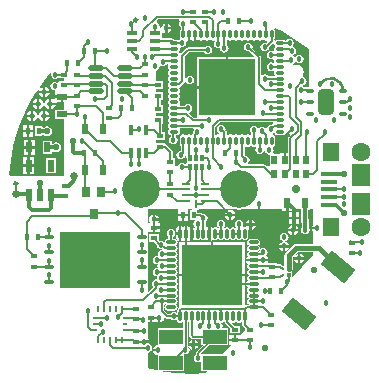
<source format=gtl>
%FSLAX24Y24*%
%MOIN*%
G70*
G01*
G75*
G04 Layer_Physical_Order=1*
G04 Layer_Color=255*
%ADD10C,0.0100*%
%ADD11R,0.2362X0.1890*%
%ADD12O,0.0315X0.0157*%
%ADD13O,0.0276X0.0098*%
%ADD14O,0.0098X0.0276*%
%ADD15R,0.0236X0.0157*%
%ADD16R,0.0197X0.0354*%
%ADD17R,0.0157X0.0236*%
%ADD18R,0.0354X0.0197*%
%ADD19R,0.1850X0.1850*%
%ADD20O,0.0110X0.0315*%
%ADD21O,0.0315X0.0110*%
%ADD22R,0.2028X0.2028*%
%ADD23O,0.0110X0.0335*%
%ADD24O,0.0335X0.0110*%
%ADD25O,0.0532X0.0177*%
%ADD26R,0.0532X0.0157*%
%ADD27R,0.0630X0.0748*%
%ADD28R,0.0551X0.0630*%
%ADD29R,0.0217X0.0394*%
%ADD30R,0.0276X0.0354*%
%ADD31R,0.0138X0.0098*%
%ADD32R,0.0098X0.0187*%
%ADD33R,0.0787X0.0472*%
%ADD34R,0.0142X0.0142*%
%ADD35R,0.0110X0.0110*%
G04:AMPARAMS|DCode=36|XSize=59.1mil|YSize=102.4mil|CornerRadius=0mil|HoleSize=0mil|Usage=FLASHONLY|Rotation=230.000|XOffset=0mil|YOffset=0mil|HoleType=Round|Shape=Rectangle|*
%AMROTATEDRECTD36*
4,1,4,-0.0202,0.0555,0.0582,-0.0103,0.0202,-0.0555,-0.0582,0.0103,-0.0202,0.0555,0.0*
%
%ADD36ROTATEDRECTD36*%

%ADD37R,0.0197X0.0315*%
G04:AMPARAMS|DCode=38|XSize=86.6mil|YSize=51.2mil|CornerRadius=12.8mil|HoleSize=0mil|Usage=FLASHONLY|Rotation=270.000|XOffset=0mil|YOffset=0mil|HoleType=Round|Shape=RoundedRectangle|*
%AMROUNDEDRECTD38*
21,1,0.0866,0.0256,0,0,270.0*
21,1,0.0610,0.0512,0,0,270.0*
1,1,0.0256,-0.0128,-0.0305*
1,1,0.0256,-0.0128,0.0305*
1,1,0.0256,0.0128,0.0305*
1,1,0.0256,0.0128,-0.0305*
%
%ADD38ROUNDEDRECTD38*%
G04:AMPARAMS|DCode=39|XSize=15.7mil|YSize=23.6mil|CornerRadius=3.9mil|HoleSize=0mil|Usage=FLASHONLY|Rotation=270.000|XOffset=0mil|YOffset=0mil|HoleType=Round|Shape=RoundedRectangle|*
%AMROUNDEDRECTD39*
21,1,0.0157,0.0157,0,0,270.0*
21,1,0.0079,0.0236,0,0,270.0*
1,1,0.0079,-0.0079,-0.0039*
1,1,0.0079,-0.0079,0.0039*
1,1,0.0079,0.0079,0.0039*
1,1,0.0079,0.0079,-0.0039*
%
%ADD39ROUNDEDRECTD39*%
%ADD40R,0.0118X0.0209*%
%ADD41R,0.0118X0.0193*%
%ADD42R,0.0157X0.0335*%
%ADD43R,0.0335X0.0157*%
%ADD44C,0.0060*%
%ADD45C,0.0050*%
%ADD46C,0.0120*%
%ADD47C,0.0181*%
%ADD48C,0.0080*%
%ADD49C,0.0150*%
%ADD50C,0.1260*%
%ADD51C,0.0630*%
%ADD52C,0.0197*%
%ADD53C,0.0180*%
%ADD54C,0.0260*%
%ADD55C,0.0220*%
%ADD56C,0.0200*%
%ADD57C,0.0276*%
G36*
X4008Y-2200D02*
X3321Y-2950D01*
Y-2730D01*
X3306D01*
Y-2717D01*
X3318Y-2698D01*
X3328Y-2650D01*
Y-2612D01*
X3332Y-2605D01*
X3343Y-2550D01*
Y-2259D01*
X3509Y-2093D01*
X4007D01*
X4008Y-2200D01*
D02*
G37*
G36*
X-930Y-4286D02*
X-903Y-4303D01*
X-872Y-4310D01*
X-872Y-4310D01*
X-742D01*
X-729Y-4329D01*
X-683Y-4360D01*
X-628Y-4371D01*
X-573Y-4360D01*
X-540Y-4337D01*
Y-4340D01*
X-532Y-4381D01*
X-508Y-4416D01*
X-474Y-4439D01*
X-433Y-4447D01*
X-392Y-4439D01*
X-357Y-4416D01*
X-334Y-4382D01*
X-317Y-4407D01*
Y-4631D01*
X-1172D01*
Y-5181D01*
X-1216Y-5190D01*
X-1273Y-5227D01*
X-1310Y-5284D01*
X-1315Y-5310D01*
X-1150D01*
Y-5390D01*
X-1315D01*
X-1310Y-5416D01*
X-1273Y-5473D01*
X-1216Y-5510D01*
X-1172Y-5519D01*
Y-6032D01*
X-1436Y-5980D01*
X-1500Y-5962D01*
Y-5443D01*
X-1445Y-5432D01*
X-1399Y-5401D01*
X-1368Y-5355D01*
X-1357Y-5300D01*
X-1368Y-5245D01*
X-1399Y-5199D01*
X-1445Y-5168D01*
X-1475Y-5162D01*
X-1463Y-5143D01*
X-1457Y-5117D01*
X-1623D01*
Y-5037D01*
X-1457D01*
X-1463Y-5011D01*
X-1500Y-4955D01*
Y-4791D01*
X-1491Y-4777D01*
X-1480Y-4723D01*
X-1491Y-4668D01*
X-1500Y-4655D01*
Y-4436D01*
X-1440D01*
Y-4277D01*
X-1360D01*
Y-4436D01*
X-1202D01*
Y-4429D01*
X-1189Y-4437D01*
X-1163Y-4443D01*
Y-4277D01*
X-1083D01*
Y-4443D01*
X-1057Y-4437D01*
X-1000Y-4400D01*
X-963Y-4344D01*
X-950Y-4277D01*
X-952Y-4263D01*
X-930Y-4286D01*
D02*
G37*
G36*
X1263Y-4416D02*
X1298Y-4439D01*
X1339Y-4447D01*
X1380Y-4439D01*
X1415Y-4416D01*
X1437Y-4382D01*
X1460Y-4416D01*
X1495Y-4439D01*
X1536Y-4447D01*
X1577Y-4439D01*
X1612Y-4416D01*
X1634Y-4382D01*
X1651Y-4407D01*
Y-4506D01*
X1651Y-4506D01*
X1657Y-4537D01*
X1675Y-4563D01*
X1732Y-4620D01*
Y-4686D01*
X1565Y-4868D01*
X1440D01*
Y-5027D01*
X1400D01*
Y-5067D01*
X1202D01*
Y-5186D01*
X1274D01*
X990Y-5497D01*
X285D01*
Y-5532D01*
X278Y-5522D01*
X259Y-5509D01*
Y-5502D01*
X557Y-5203D01*
X1172D01*
Y-4631D01*
X958D01*
X982Y-4595D01*
X993Y-4541D01*
X982Y-4486D01*
X955Y-4445D01*
X986Y-4439D01*
X1021Y-4416D01*
X1044Y-4382D01*
X1061Y-4407D01*
Y-4415D01*
X1061Y-4415D01*
X1067Y-4446D01*
X1084Y-4473D01*
X1232Y-4620D01*
Y-4802D01*
X1386D01*
X1400Y-4804D01*
X1414Y-4802D01*
X1568D01*
Y-4544D01*
X1387D01*
X1234Y-4392D01*
X1241Y-4382D01*
X1263Y-4416D01*
D02*
G37*
G36*
X3195Y-707D02*
X3333D01*
Y-650D01*
X3597D01*
Y-677D01*
X3615D01*
Y-782D01*
X3598D01*
Y-1118D01*
X3638D01*
Y-1266D01*
X3618Y-1295D01*
X3607Y-1350D01*
X3618Y-1405D01*
X3649Y-1451D01*
X3695Y-1482D01*
X3750Y-1493D01*
X3805Y-1482D01*
X3851Y-1451D01*
X3882Y-1405D01*
X3893Y-1350D01*
X3882Y-1295D01*
X3862Y-1266D01*
Y-973D01*
X3862Y-973D01*
X3856Y-941D01*
Y-782D01*
X3839D01*
Y-677D01*
X3894D01*
Y-650D01*
X4000D01*
X4003Y-1187D01*
X3979Y-1223D01*
X3974Y-1249D01*
X4139D01*
Y-1329D01*
X3974D01*
X3979Y-1355D01*
X4004Y-1393D01*
X4006Y-1807D01*
X3450D01*
X3404Y-1816D01*
X3395Y-1818D01*
X3349Y-1849D01*
X3099Y-2099D01*
X3068Y-2145D01*
X3057Y-2200D01*
Y-2544D01*
X3010D01*
X2981Y-2515D01*
X2954Y-2497D01*
X2923Y-2491D01*
X2923Y-2491D01*
X2818D01*
Y-2444D01*
X2489D01*
X2502Y-2424D01*
X2508Y-2398D01*
X2342D01*
Y-2318D01*
X2508D01*
X2502Y-2292D01*
X2465Y-2235D01*
X2432Y-2214D01*
X2451Y-2201D01*
X2482Y-2155D01*
X2493Y-2100D01*
X2482Y-2045D01*
X2451Y-1999D01*
X2405Y-1968D01*
X2350Y-1957D01*
X2295Y-1968D01*
X2249Y-1999D01*
X2218Y-2045D01*
X2211Y-2079D01*
X2207D01*
X2182Y-2063D01*
X2216Y-2040D01*
X2239Y-2005D01*
X2247Y-1964D01*
X2239Y-1923D01*
X2216Y-1888D01*
X2182Y-1866D01*
X2216Y-1843D01*
X2239Y-1808D01*
X2247Y-1767D01*
X2239Y-1726D01*
X2216Y-1692D01*
X2181Y-1668D01*
X2140Y-1660D01*
X1916D01*
X1875Y-1668D01*
X1840Y-1692D01*
X1817Y-1726D01*
X1809Y-1767D01*
X1817Y-1808D01*
X1840Y-1843D01*
X1874Y-1866D01*
X1840Y-1888D01*
X1817Y-1923D01*
X1809Y-1964D01*
X1817Y-2005D01*
X1840Y-2040D01*
X1874Y-2063D01*
X1840Y-2085D01*
X1817Y-2120D01*
X1809Y-2161D01*
X1817Y-2202D01*
X1840Y-2237D01*
X1847Y-2241D01*
X1818Y-2260D01*
X1788Y-2305D01*
X1786Y-2318D01*
X2028D01*
Y-2398D01*
X1786D01*
X1788Y-2411D01*
X1818Y-2455D01*
X1847Y-2474D01*
X1840Y-2479D01*
X1817Y-2514D01*
X1809Y-2555D01*
X1817Y-2596D01*
X1840Y-2631D01*
X1874Y-2653D01*
X1840Y-2676D01*
X1817Y-2711D01*
X1809Y-2752D01*
X1817Y-2793D01*
X1840Y-2827D01*
X1874Y-2850D01*
X1840Y-2873D01*
X1817Y-2907D01*
X1809Y-2948D01*
X1817Y-2989D01*
X1840Y-3024D01*
X1847Y-3029D01*
X1818Y-3048D01*
X1788Y-3093D01*
X1786Y-3105D01*
X2028D01*
Y-3185D01*
X1786D01*
X1788Y-3198D01*
X1818Y-3243D01*
X1847Y-3262D01*
X1840Y-3266D01*
X1817Y-3301D01*
X1809Y-3342D01*
X1817Y-3383D01*
X1840Y-3418D01*
X1874Y-3441D01*
X1840Y-3463D01*
X1817Y-3498D01*
X1809Y-3539D01*
X1817Y-3580D01*
X1840Y-3615D01*
X1874Y-3637D01*
X1840Y-3660D01*
X1817Y-3695D01*
X1809Y-3736D01*
X1817Y-3777D01*
X1840Y-3812D01*
X1874Y-3834D01*
X1849Y-3851D01*
X1798D01*
X1767Y-3857D01*
X1756Y-3864D01*
X1744Y-3873D01*
Y-2890D01*
X-444D01*
Y-3928D01*
X-490Y-3975D01*
X-508Y-4001D01*
X-514Y-4033D01*
X-514Y-4033D01*
Y-4049D01*
X-532Y-4075D01*
X-540Y-4116D01*
Y-4118D01*
X-573Y-4096D01*
X-628Y-4085D01*
X-683Y-4096D01*
X-729Y-4127D01*
X-742Y-4146D01*
X-838D01*
X-954Y-4030D01*
Y-3850D01*
X-935Y-3837D01*
X-922Y-3817D01*
X-907D01*
X-882Y-3834D01*
X-916Y-3857D01*
X-939Y-3892D01*
X-947Y-3933D01*
X-939Y-3974D01*
X-916Y-4008D01*
X-881Y-4032D01*
X-840Y-4040D01*
X-616D01*
X-575Y-4032D01*
X-540Y-4008D01*
X-517Y-3974D01*
X-509Y-3933D01*
X-517Y-3892D01*
X-540Y-3857D01*
X-574Y-3834D01*
X-540Y-3812D01*
X-517Y-3777D01*
X-509Y-3736D01*
X-517Y-3695D01*
X-540Y-3660D01*
X-574Y-3637D01*
X-540Y-3615D01*
X-517Y-3580D01*
X-509Y-3539D01*
X-517Y-3498D01*
X-540Y-3463D01*
X-574Y-3441D01*
X-540Y-3418D01*
X-517Y-3383D01*
X-509Y-3342D01*
X-517Y-3301D01*
X-540Y-3266D01*
X-574Y-3244D01*
X-540Y-3221D01*
X-517Y-3186D01*
X-509Y-3145D01*
X-517Y-3104D01*
X-540Y-3069D01*
X-574Y-3047D01*
X-540Y-3024D01*
X-517Y-2989D01*
X-509Y-2948D01*
X-517Y-2907D01*
X-540Y-2873D01*
X-574Y-2850D01*
X-540Y-2827D01*
X-517Y-2793D01*
X-509Y-2752D01*
X-517Y-2711D01*
X-540Y-2676D01*
X-574Y-2653D01*
X-540Y-2631D01*
X-517Y-2596D01*
X-509Y-2555D01*
X-517Y-2514D01*
X-540Y-2479D01*
X-574Y-2456D01*
X-540Y-2434D01*
X-517Y-2399D01*
X-509Y-2358D01*
X-517Y-2317D01*
X-540Y-2282D01*
X-574Y-2259D01*
X-540Y-2237D01*
X-517Y-2202D01*
X-509Y-2161D01*
X-517Y-2120D01*
X-540Y-2085D01*
X-574Y-2063D01*
X-540Y-2040D01*
X-517Y-2005D01*
X-509Y-1964D01*
X-517Y-1923D01*
X-540Y-1888D01*
X-574Y-1866D01*
X-540Y-1843D01*
X-517Y-1808D01*
X-509Y-1767D01*
X-517Y-1726D01*
X-540Y-1692D01*
X-575Y-1668D01*
X-616Y-1660D01*
X-646D01*
Y-1579D01*
X-623Y-1563D01*
X-592Y-1517D01*
X-581Y-1463D01*
X-592Y-1408D01*
X-623Y-1362D01*
X-669Y-1331D01*
X-724Y-1320D01*
X-778Y-1331D01*
X-824Y-1362D01*
X-855Y-1408D01*
X-866Y-1463D01*
X-855Y-1517D01*
X-824Y-1563D01*
X-810Y-1573D01*
Y-1660D01*
X-840D01*
X-881Y-1668D01*
X-916Y-1692D01*
X-939Y-1726D01*
X-945Y-1755D01*
X-949Y-1749D01*
X-995Y-1718D01*
X-1050Y-1707D01*
X-1102Y-1717D01*
X-1132Y-1687D01*
Y-1498D01*
X-1468D01*
Y-1756D01*
X-1279D01*
X-1192Y-1844D01*
X-1193Y-1850D01*
X-1182Y-1905D01*
X-1151Y-1951D01*
X-1105Y-1982D01*
X-1050Y-1993D01*
X-1027Y-1988D01*
X-1005Y-2011D01*
X-1022Y-2007D01*
X-1077Y-2018D01*
X-1123Y-2049D01*
X-1154Y-2095D01*
X-1165Y-2150D01*
X-1154Y-2205D01*
X-1140Y-2226D01*
X-1192Y-2215D01*
X-1247Y-2226D01*
X-1293Y-2257D01*
X-1324Y-2303D01*
X-1335Y-2358D01*
X-1324Y-2412D01*
X-1293Y-2459D01*
X-1247Y-2490D01*
X-1192Y-2501D01*
X-1168Y-2496D01*
X-1171Y-2500D01*
X-1182Y-2555D01*
X-1171Y-2609D01*
X-1167Y-2615D01*
X-1198Y-2609D01*
X-1253Y-2620D01*
X-1299Y-2651D01*
X-1330Y-2697D01*
X-1341Y-2752D01*
X-1330Y-2806D01*
X-1299Y-2853D01*
X-1253Y-2883D01*
X-1198Y-2894D01*
X-1178Y-2890D01*
X-1180Y-2894D01*
X-1191Y-2948D01*
X-1180Y-3003D01*
X-1173Y-3013D01*
X-1228Y-3003D01*
X-1282Y-3013D01*
X-1329Y-3044D01*
X-1359Y-3091D01*
X-1370Y-3145D01*
X-1359Y-3200D01*
X-1329Y-3246D01*
X-1318Y-3253D01*
X-1500Y-3435D01*
Y-3158D01*
X-1495Y-3150D01*
X-1485Y-3100D01*
X-1495Y-3050D01*
X-1500Y-3042D01*
Y-2658D01*
X-1495Y-2650D01*
X-1485Y-2600D01*
X-1495Y-2550D01*
X-1500Y-2542D01*
Y-2158D01*
X-1495Y-2150D01*
X-1485Y-2100D01*
X-1495Y-2050D01*
X-1500Y-2042D01*
Y-1658D01*
X-1495Y-1650D01*
X-1485Y-1600D01*
X-1495Y-1550D01*
X-1500Y-1542D01*
Y-650D01*
X-10D01*
X7Y-675D01*
X16Y-682D01*
X-102D01*
Y-1018D01*
X143D01*
X103Y-1026D01*
X57Y-1057D01*
X26Y-1103D01*
X15Y-1158D01*
X26Y-1213D01*
X57Y-1259D01*
X76Y-1272D01*
Y-1289D01*
X58Y-1262D01*
X14Y-1233D01*
X1Y-1230D01*
Y-1472D01*
Y-1714D01*
X14Y-1712D01*
X58Y-1682D01*
X77Y-1653D01*
X82Y-1660D01*
X117Y-1683D01*
X158Y-1691D01*
X199Y-1683D01*
X234Y-1660D01*
X256Y-1626D01*
X279Y-1660D01*
X314Y-1683D01*
X355Y-1691D01*
X396Y-1683D01*
X431Y-1660D01*
X435Y-1653D01*
X454Y-1682D01*
X499Y-1712D01*
X512Y-1714D01*
Y-1472D01*
Y-1230D01*
X499Y-1233D01*
X454Y-1262D01*
X436Y-1289D01*
Y-1061D01*
X451Y-1051D01*
X482Y-1005D01*
X493Y-950D01*
X482Y-895D01*
X451Y-849D01*
X405Y-818D01*
X350Y-807D01*
X321Y-813D01*
X304Y-796D01*
X279Y-779D01*
X250Y-774D01*
X156D01*
Y-700D01*
X193Y-675D01*
X210Y-650D01*
X1334D01*
X1401Y-670D01*
X1534Y-683D01*
X1667Y-670D01*
X1733Y-650D01*
X2138D01*
X2142Y-652D01*
X2168Y-658D01*
Y-492D01*
X2248D01*
Y-658D01*
X2274Y-652D01*
X2278Y-650D01*
X2976D01*
Y-707D01*
X3115D01*
Y-450D01*
X3195D01*
Y-707D01*
D02*
G37*
G36*
X1995Y1427D02*
X2036Y1419D01*
X2077Y1427D01*
X2080Y1429D01*
X2115Y1394D01*
X2101Y1372D01*
X2090Y1317D01*
X2101Y1263D01*
X2132Y1216D01*
X2178Y1185D01*
X2233Y1175D01*
X2287Y1185D01*
X2334Y1216D01*
X2365Y1263D01*
X2365Y1263D01*
X2415D01*
X2418Y1245D01*
X2449Y1199D01*
X2495Y1168D01*
X2550Y1157D01*
X2570Y1141D01*
Y779D01*
D01*
Y779D01*
X2560Y768D01*
X2479D01*
X2440Y808D01*
X2413Y825D01*
X2382Y832D01*
X2382Y832D01*
X1866D01*
X1851Y879D01*
X1857Y883D01*
X1888Y930D01*
X1899Y984D01*
X1888Y1039D01*
X1857Y1085D01*
X1811Y1116D01*
X1756Y1127D01*
X1724Y1289D01*
Y1424D01*
X1768Y1447D01*
X1798Y1427D01*
X1839Y1419D01*
X1880Y1427D01*
X1915Y1450D01*
X1960D01*
X1995Y1427D01*
D02*
G37*
G36*
X3177Y1877D02*
X3230Y1843D01*
X3235Y1793D01*
X3196Y1754D01*
X3179Y1729D01*
X3174Y1700D01*
X3174Y1700D01*
X3174D01*
X3174Y1700D01*
X3174D01*
Y1224D01*
X3113D01*
Y986D01*
X3033D01*
Y1224D01*
X2894D01*
Y1194D01*
X2867D01*
Y1194D01*
X2700D01*
X2677Y1238D01*
X2682Y1245D01*
X2693Y1300D01*
X2682Y1355D01*
X2682Y1355D01*
X2682Y1355D01*
X2667Y1427D01*
X2702Y1450D01*
X2725Y1485D01*
X2734Y1526D01*
Y1731D01*
X2725Y1772D01*
X2702Y1806D01*
X2673Y1826D01*
X2681Y1869D01*
X2724Y1877D01*
X2744Y1848D01*
X2778Y1825D01*
X2819Y1816D01*
X3024D01*
X3065Y1825D01*
X3100Y1848D01*
X3123Y1883D01*
X3123Y1883D01*
D01*
D01*
D01*
Y1883D01*
X3145Y1926D01*
X3177Y1877D01*
D02*
G37*
G36*
X2677Y2188D02*
X2663Y2178D01*
X2663Y2178D01*
X2623Y2138D01*
X2600Y2143D01*
X2545Y2132D01*
X2499Y2101D01*
X2468Y2055D01*
X2465Y2038D01*
X2416Y2029D01*
X2401Y2051D01*
X2355Y2082D01*
X2300Y2093D01*
X2245Y2082D01*
X2199Y2051D01*
X2199Y2051D01*
Y2051D01*
X2168Y2040D01*
D01*
X2137Y2087D01*
X2090Y2118D01*
X2036Y2129D01*
X1981Y2118D01*
X1935Y2087D01*
X1904Y2040D01*
X1893Y1986D01*
X1904Y1931D01*
X1935Y1885D01*
X1946Y1877D01*
X1944Y1827D01*
X1910Y1810D01*
X1880Y1830D01*
X1839Y1838D01*
X1798Y1830D01*
X1763Y1806D01*
X1718D01*
X1683Y1830D01*
X1642Y1838D01*
X1601Y1830D01*
X1566Y1806D01*
X1521D01*
X1486Y1830D01*
X1445Y1838D01*
X1404Y1830D01*
X1369Y1806D01*
X1324D01*
X1289Y1830D01*
X1248Y1838D01*
X1207Y1830D01*
X1177Y1810D01*
X1133Y1833D01*
Y1898D01*
D01*
Y1898D01*
X1133D01*
D01*
Y1898D01*
X1133D01*
Y1898D01*
X1133Y1898D01*
X1133Y1898D01*
D01*
D01*
D01*
D01*
X1127Y1930D01*
X1121Y1939D01*
X1121Y1939D01*
X1120Y1940D01*
Y1940D01*
D01*
D01*
Y1940D01*
D01*
X1109Y1956D01*
X1109Y1956D01*
X1088Y1977D01*
X1093Y2000D01*
X1082Y2055D01*
X1051Y2101D01*
X1005Y2132D01*
X950Y2143D01*
X895Y2132D01*
X849Y2101D01*
X818Y2055D01*
X807Y2000D01*
X818Y1945D01*
X849Y1899D01*
X865Y1889D01*
X855Y1838D01*
X814Y1830D01*
X784Y1810D01*
X739Y1833D01*
Y2074D01*
X901Y2236D01*
X2663D01*
X2677Y2188D01*
D02*
G37*
G36*
X2969Y5268D02*
X3369Y5018D01*
X3869Y4668D01*
Y3424D01*
X3820D01*
X3785Y3417D01*
X3756Y3397D01*
X3754Y3396D01*
X3714D01*
X3682Y3434D01*
X3688Y3465D01*
X3705Y3468D01*
X3751Y3499D01*
X3782Y3545D01*
X3793Y3600D01*
X3782Y3655D01*
X3751Y3701D01*
X3705Y3732D01*
X3681Y3737D01*
X3662Y3783D01*
X3679Y3808D01*
X3698Y3904D01*
X3679Y4000D01*
X3624Y4082D01*
X3542Y4136D01*
X3446Y4156D01*
X3375Y4141D01*
X3355Y4188D01*
X3373Y4199D01*
X3404Y4245D01*
Y4245D01*
X3404D01*
D01*
Y4245D01*
X3447Y4252D01*
X3449Y4249D01*
X3495Y4218D01*
X3550Y4207D01*
X3605Y4218D01*
X3651Y4249D01*
X3682Y4295D01*
X3693Y4350D01*
X3682Y4405D01*
X3651Y4451D01*
X3605Y4482D01*
X3550Y4493D01*
X3495Y4482D01*
X3449Y4451D01*
X3418Y4405D01*
Y4405D01*
X3418D01*
D01*
Y4405D01*
X3375Y4398D01*
X3373Y4401D01*
X3367Y4404D01*
X3355Y4468D01*
X3401Y4499D01*
X3432Y4545D01*
X3443Y4600D01*
X3432Y4655D01*
X3401Y4701D01*
X3355Y4732D01*
X3354Y4732D01*
X3337Y4757D01*
X3327Y4780D01*
X3356Y4822D01*
X3366Y4876D01*
X3356Y4931D01*
X3325Y4977D01*
X3278Y5008D01*
X3224Y5019D01*
X3169Y5008D01*
X3123Y4977D01*
X3123Y4977D01*
Y4977D01*
X3091Y4958D01*
X3065Y4975D01*
X3024Y4984D01*
X2819D01*
X2778Y4975D01*
X2752Y4958D01*
X2731Y4969D01*
X2718Y5018D01*
X2725Y5028D01*
X2734Y5069D01*
Y5274D01*
X2725Y5315D01*
X2704Y5346D01*
X2737Y5384D01*
X2969Y5268D01*
D02*
G37*
G36*
X-856Y4193D02*
X-816Y4185D01*
X-803Y4160D01*
X-823Y4130D01*
X-831Y4089D01*
X-823Y4048D01*
X-800Y4013D01*
Y3968D01*
X-823Y3933D01*
X-831Y3892D01*
X-823Y3851D01*
X-800Y3816D01*
Y3771D01*
X-823Y3736D01*
X-831Y3695D01*
X-823Y3654D01*
X-800Y3619D01*
Y3574D01*
X-823Y3539D01*
X-831Y3498D01*
X-823Y3457D01*
X-800Y3423D01*
Y3377D01*
X-823Y3343D01*
X-831Y3302D01*
X-823Y3261D01*
X-800Y3226D01*
Y3181D01*
X-823Y3146D01*
X-831Y3105D01*
X-823Y3064D01*
X-800Y3029D01*
Y2984D01*
X-823Y2949D01*
X-831Y2908D01*
X-823Y2867D01*
X-800Y2832D01*
Y2787D01*
X-823Y2752D01*
X-831Y2711D01*
X-823Y2670D01*
X-800Y2635D01*
Y2590D01*
X-823Y2555D01*
X-831Y2514D01*
X-823Y2473D01*
X-800Y2438D01*
Y2393D01*
X-823Y2358D01*
X-831Y2317D01*
X-823Y2276D01*
X-800Y2242D01*
Y2196D01*
X-823Y2161D01*
X-831Y2120D01*
X-823Y2079D01*
X-800Y2045D01*
Y1999D01*
X-823Y1965D01*
X-831Y1924D01*
X-823Y1883D01*
X-800Y1848D01*
X-765Y1825D01*
X-732Y1818D01*
Y1764D01*
X-751Y1751D01*
X-782Y1705D01*
X-793Y1650D01*
X-782Y1595D01*
X-751Y1549D01*
X-705Y1518D01*
X-650Y1507D01*
X-595Y1518D01*
X-549Y1549D01*
X-518Y1595D01*
X-507Y1650D01*
X-518Y1705D01*
X-549Y1751D01*
X-568Y1764D01*
Y1816D01*
X-519D01*
X-478Y1825D01*
X-444Y1848D01*
X-420Y1883D01*
X-412Y1924D01*
X-420Y1965D01*
X-440Y1995D01*
X-417Y2039D01*
X21D01*
X45Y1995D01*
X18Y1955D01*
X7Y1900D01*
X12Y1877D01*
X10Y1875D01*
X-8Y1849D01*
X-12Y1829D01*
X-58Y1809D01*
X-89Y1830D01*
X-130Y1838D01*
X-171Y1830D01*
X-205Y1806D01*
X-251D01*
X-285Y1830D01*
X-326Y1838D01*
X-367Y1830D01*
X-402Y1806D01*
X-425Y1772D01*
X-434Y1731D01*
Y1526D01*
X-425Y1485D01*
X-408Y1459D01*
Y1291D01*
X-455Y1282D01*
X-501Y1251D01*
X-532Y1205D01*
X-543Y1150D01*
X-532Y1095D01*
X-501Y1049D01*
X-455Y1018D01*
X-400Y1007D01*
X-345Y1018D01*
X-299Y1049D01*
X-268Y1095D01*
X-261Y1132D01*
X-211Y1127D01*
Y1080D01*
X-211Y1080D01*
X-206Y1054D01*
Y901D01*
D01*
X-206Y901D01*
X-206Y899D01*
X-206D01*
Y881D01*
X-217Y873D01*
X-250Y856D01*
X-293Y884D01*
X-348Y895D01*
X-402Y884D01*
X-449Y853D01*
X-480Y807D01*
X-487Y768D01*
X-582D01*
Y798D01*
X-582D01*
Y1056D01*
X-668D01*
Y1250D01*
X-668Y1250D01*
X-675Y1281D01*
X-692Y1308D01*
X-692Y1308D01*
X-865Y1481D01*
X-892Y1498D01*
X-923Y1504D01*
X-932Y1550D01*
Y1552D01*
X-1231D01*
Y1648D01*
X-932D01*
Y1906D01*
X-1018D01*
Y2194D01*
X-982D01*
Y2452D01*
X-1231D01*
Y2548D01*
X-982D01*
Y2806D01*
X-1068D01*
Y2994D01*
X-982D01*
Y3252D01*
X-1231D01*
Y3348D01*
X-982D01*
Y3606D01*
X-1231D01*
Y3961D01*
X-1195Y3968D01*
X-1149Y3999D01*
X-1118Y4045D01*
X-1107Y4100D01*
X-1107Y4100D01*
X-1107Y4100D01*
X-1107Y4102D01*
X-1061Y4123D01*
X-1055Y4118D01*
X-1000Y4107D01*
X-945Y4118D01*
X-899Y4149D01*
X-869Y4194D01*
X-856Y4193D01*
D02*
G37*
G36*
X-451Y5662D02*
X-431Y5624D01*
X-459Y5582D01*
X-470Y5527D01*
X-459Y5473D01*
X-428Y5426D01*
X-403Y5409D01*
Y5349D01*
X-425Y5315D01*
X-434Y5274D01*
Y5069D01*
X-425Y5028D01*
X-422Y5023D01*
X-428Y5008D01*
X-475Y4977D01*
X-475Y4976D01*
X-478Y4975D01*
Y4975D01*
X-478Y4975D01*
X-519Y4984D01*
X-613D01*
X-638Y5008D01*
X-664Y5025D01*
X-695Y5032D01*
X-695Y5032D01*
X-1029D01*
Y5047D01*
X-1029D01*
Y5217D01*
X-985Y5240D01*
X-944Y5213D01*
X-917Y5207D01*
Y5373D01*
Y5538D01*
X-944Y5533D01*
X-1000Y5495D01*
X-1037Y5439D01*
X-1045Y5399D01*
X-1094Y5387D01*
X-1107Y5403D01*
X-1103Y5426D01*
X-1116Y5492D01*
X-1153Y5549D01*
X-1200Y5580D01*
X-1204Y5616D01*
X-1200Y5635D01*
X-1166Y5668D01*
X-455D01*
X-451Y5662D01*
D02*
G37*
G36*
X107Y4939D02*
X120Y4942D01*
X165Y4972D01*
X165Y4972D01*
X188Y4994D01*
X223Y4970D01*
X264Y4962D01*
X305Y4970D01*
X340Y4994D01*
X385D01*
X420Y4970D01*
X461Y4962D01*
X502Y4970D01*
X537Y4994D01*
X582D01*
X617Y4970D01*
X658Y4962D01*
X699Y4970D01*
X706Y4975D01*
X742Y4940D01*
X718Y4905D01*
X707Y4850D01*
X718Y4795D01*
X749Y4749D01*
X795Y4718D01*
X850Y4707D01*
X860Y4709D01*
X907Y4700D01*
X918Y4645D01*
X949Y4599D01*
X995Y4568D01*
X1050Y4557D01*
X1105Y4568D01*
X1151Y4599D01*
X1182Y4645D01*
X1193Y4700D01*
X1182Y4755D01*
X1151Y4801D01*
X1132Y4814D01*
Y4966D01*
X1145Y4975D01*
X1176Y4991D01*
X1207Y4970D01*
X1248Y4962D01*
X1289Y4970D01*
X1324Y4994D01*
X1369D01*
X1404Y4970D01*
X1445Y4962D01*
X1486Y4970D01*
X1521Y4994D01*
X1566D01*
X1601Y4970D01*
X1642Y4962D01*
X1683Y4970D01*
X1718Y4994D01*
X1763D01*
X1798Y4970D01*
X1839Y4962D01*
X1880Y4970D01*
X1915Y4994D01*
X1960D01*
X1995Y4970D01*
X2036Y4962D01*
X2077Y4970D01*
X2112Y4994D01*
X2157D01*
X2192Y4970D01*
X2233Y4962D01*
X2274Y4970D01*
X2308Y4994D01*
X2354D01*
X2389Y4970D01*
X2430Y4962D01*
X2462Y4969D01*
X2485Y4924D01*
X2445Y4884D01*
X2400Y4893D01*
X2345Y4882D01*
X2299Y4851D01*
X2268Y4805D01*
X2257Y4750D01*
X2268Y4695D01*
X2299Y4649D01*
X2345Y4618D01*
X2400Y4607D01*
X2455Y4618D01*
X2501Y4649D01*
X2532Y4695D01*
X2543Y4750D01*
X2543Y4751D01*
X2667Y4876D01*
X2715Y4861D01*
X2720Y4835D01*
X2744Y4801D01*
Y4755D01*
X2720Y4721D01*
X2712Y4680D01*
X2720Y4639D01*
X2678Y4610D01*
X2672Y4615D01*
X2617Y4625D01*
X2563Y4615D01*
X2516Y4584D01*
X2485Y4537D01*
X2475Y4483D01*
X2485Y4428D01*
X2516Y4382D01*
X2563Y4351D01*
X2617Y4340D01*
X2672Y4351D01*
X2678Y4355D01*
X2720Y4327D01*
X2712Y4286D01*
X2720Y4245D01*
X2722Y4242D01*
X2687Y4207D01*
X2666Y4221D01*
X2611Y4232D01*
X2556Y4221D01*
X2510Y4190D01*
X2479Y4144D01*
X2468Y4089D01*
X2479Y4034D01*
X2510Y3988D01*
X2556Y3957D01*
X2611Y3946D01*
X2666Y3957D01*
X2687Y3971D01*
X2722Y3936D01*
X2720Y3933D01*
X2712Y3892D01*
X2720Y3851D01*
X2740Y3821D01*
X2717Y3777D01*
X2519D01*
X2506Y3796D01*
X2459Y3827D01*
X2405Y3838D01*
X2350Y3827D01*
X2321Y3807D01*
X2276Y3831D01*
Y4400D01*
X2276Y4400D01*
X2271Y4429D01*
X2254Y4454D01*
X1987Y4721D01*
X1993Y4750D01*
X1982Y4805D01*
X1951Y4851D01*
X1905Y4882D01*
X1850Y4893D01*
X1795Y4882D01*
X1749Y4851D01*
X1718Y4805D01*
X1707Y4750D01*
X1718Y4695D01*
X1749Y4649D01*
X1795Y4618D01*
X1850Y4607D01*
X1879Y4613D01*
X2040Y4451D01*
X2021Y4405D01*
X1190D01*
Y3400D01*
X1150D01*
Y3360D01*
X145D01*
Y2395D01*
D01*
Y2395D01*
X132Y2382D01*
X34D01*
X-120Y2535D01*
X-106Y2579D01*
X-60Y2610D01*
X-29Y2656D01*
X-18Y2711D01*
X-29Y2766D01*
X-60Y2812D01*
X-106Y2843D01*
X-161Y2854D01*
X-216Y2843D01*
X-262Y2812D01*
X-275Y2793D01*
X-417D01*
X-440Y2837D01*
X-420Y2867D01*
X-412Y2908D01*
X-420Y2949D01*
X-444Y2984D01*
Y3029D01*
X-420Y3064D01*
X-412Y3105D01*
X-420Y3146D01*
X-444Y3181D01*
Y3226D01*
X-420Y3261D01*
X-412Y3302D01*
X-420Y3343D01*
X-443Y3376D01*
X-424Y3422D01*
X-420Y3423D01*
X-394Y3441D01*
X-292Y3542D01*
X-292Y3542D01*
X-282Y3558D01*
X-275Y3569D01*
X-273Y3575D01*
X-224Y3584D01*
X-201Y3549D01*
X-155Y3518D01*
X-100Y3507D01*
X-45Y3518D01*
X1Y3549D01*
X32Y3595D01*
X43Y3650D01*
X32Y3705D01*
X1Y3751D01*
X-45Y3782D01*
X-100Y3793D01*
X-155Y3782D01*
X-201Y3751D01*
X-221Y3722D01*
X-268Y3736D01*
Y4416D01*
X-116Y4568D01*
X386D01*
X399Y4549D01*
X445Y4518D01*
X500Y4507D01*
X555Y4518D01*
X601Y4549D01*
X632Y4595D01*
X643Y4650D01*
X632Y4705D01*
X601Y4751D01*
X555Y4782D01*
X500Y4793D01*
X445Y4782D01*
X399Y4751D01*
X386Y4732D01*
X-150D01*
X-150Y4732D01*
X-181Y4725D01*
X-208Y4708D01*
X-208Y4708D01*
X-381Y4534D01*
X-431Y4539D01*
X-444Y4558D01*
Y4604D01*
X-420Y4639D01*
X-412Y4680D01*
X-416Y4700D01*
X-381Y4735D01*
X-374Y4734D01*
X-319Y4744D01*
X-273Y4775D01*
X-242Y4822D01*
X-231Y4876D01*
X-241Y4925D01*
X-199Y4953D01*
X-182Y4942D01*
X-170Y4939D01*
Y5172D01*
X-90D01*
Y4939D01*
X-77Y4942D01*
X-32Y4972D01*
X-30D01*
X15Y4942D01*
X27Y4939D01*
Y5172D01*
X107D01*
Y4939D01*
D02*
G37*
G36*
X-4711Y3871D02*
X-4720Y3827D01*
X-4709Y3773D01*
X-4678Y3726D01*
X-4632Y3695D01*
X-4577Y3684D01*
X-4523Y3695D01*
X-4518Y3698D01*
X-4468Y3698D01*
Y3698D01*
X-4304D01*
Y3602D01*
X-4468D01*
Y3583D01*
X-4512Y3560D01*
X-4545Y3582D01*
X-4600Y3593D01*
X-4655Y3582D01*
X-4701Y3551D01*
X-4732Y3505D01*
X-4743Y3450D01*
X-4732Y3395D01*
X-4701Y3349D01*
X-4655Y3318D01*
X-4607Y3309D01*
Y3274D01*
X-4607D01*
Y3135D01*
X-4350D01*
Y3095D01*
X-4310D01*
Y2917D01*
X-4304D01*
Y2653D01*
X-4577D01*
Y2356D01*
X-4304D01*
Y450D01*
X-6100D01*
X-6125Y527D01*
X-6074Y962D01*
X-5980Y1436D01*
X-5849Y1900D01*
X-5682Y2353D01*
X-5479Y2792D01*
X-5244Y3213D01*
X-5169Y3325D01*
X-5122Y3306D01*
X-5126Y3290D01*
X-4990D01*
Y3426D01*
X-5020Y3420D01*
X-5068Y3388D01*
X-5103Y3423D01*
X-4975Y3615D01*
X-4757Y3892D01*
X-4711Y3871D01*
D02*
G37*
G36*
X-121Y-4407D02*
Y-4861D01*
X-121Y-4861D01*
X-114Y-4892D01*
X-97Y-4919D01*
X-41Y-4975D01*
X-41Y-4975D01*
X-14Y-4992D01*
X17Y-4999D01*
X17Y-4999D01*
X285D01*
Y-5203D01*
X327D01*
X119Y-5410D01*
X102Y-5437D01*
X96Y-5468D01*
X96Y-5468D01*
Y-5509D01*
X76Y-5522D01*
X45Y-5568D01*
X34Y-5623D01*
X45Y-5677D01*
X76Y-5724D01*
X123Y-5755D01*
X177Y-5766D01*
X232Y-5755D01*
X278Y-5724D01*
X285Y-5714D01*
Y-6069D01*
X465D01*
X406Y-6134D01*
X0Y-6150D01*
X-483Y-6131D01*
X-962Y-6074D01*
X-986Y-6069D01*
X-285D01*
Y-5497D01*
X-327D01*
X-309Y-5479D01*
X-305Y-5482D01*
X-250Y-5493D01*
X-195Y-5482D01*
X-149Y-5451D01*
X-118Y-5405D01*
X-107Y-5350D01*
X-118Y-5295D01*
X-149Y-5249D01*
X-154Y-5246D01*
Y-4407D01*
X-137Y-4382D01*
X-121Y-4407D01*
D02*
G37*
%LPC*%
G36*
X2093Y-1217D02*
X1967D01*
Y-1343D01*
X1993Y-1337D01*
X2050Y-1300D01*
X2087Y-1243D01*
X2093Y-1217D01*
D02*
G37*
G36*
X-473Y-1230D02*
X-485Y-1233D01*
X-530Y-1262D01*
X-560Y-1307D01*
X-570Y-1360D01*
Y-1432D01*
X-473D01*
Y-1230D01*
D02*
G37*
G36*
X945Y-1012D02*
X891Y-1023D01*
X844Y-1054D01*
X813Y-1100D01*
X803Y-1155D01*
X813Y-1209D01*
X844Y-1256D01*
X864Y-1269D01*
Y-1293D01*
X847Y-1318D01*
X824Y-1284D01*
X789Y-1261D01*
X748Y-1253D01*
X707Y-1261D01*
X673Y-1284D01*
X668Y-1291D01*
X649Y-1262D01*
X604Y-1233D01*
X592Y-1230D01*
Y-1472D01*
Y-1714D01*
X604Y-1712D01*
X649Y-1682D01*
X668Y-1653D01*
X673Y-1660D01*
X707Y-1683D01*
X748Y-1691D01*
X789Y-1683D01*
X824Y-1660D01*
X847Y-1626D01*
X869Y-1660D01*
X904Y-1683D01*
X945Y-1691D01*
X986Y-1683D01*
X1021Y-1660D01*
X1044Y-1626D01*
X1066Y-1660D01*
X1101Y-1683D01*
X1142Y-1691D01*
X1183Y-1683D01*
X1218Y-1660D01*
X1241Y-1626D01*
X1263Y-1660D01*
X1298Y-1683D01*
X1339Y-1691D01*
X1380Y-1683D01*
X1415Y-1660D01*
X1437Y-1626D01*
X1460Y-1660D01*
X1495Y-1683D01*
X1536Y-1691D01*
X1577Y-1683D01*
X1612Y-1660D01*
X1634Y-1626D01*
X1657Y-1660D01*
X1692Y-1683D01*
X1733Y-1691D01*
X1774Y-1683D01*
X1808Y-1660D01*
X1832Y-1625D01*
X1840Y-1584D01*
Y-1360D01*
X1832Y-1319D01*
X1830Y-1317D01*
X1861Y-1337D01*
X1887Y-1343D01*
Y-1217D01*
X1762D01*
X1767Y-1243D01*
X1783Y-1267D01*
X1774Y-1261D01*
X1733Y-1253D01*
X1692Y-1261D01*
X1657Y-1284D01*
X1634Y-1318D01*
X1617Y-1293D01*
Y-1278D01*
X1637Y-1265D01*
X1668Y-1219D01*
X1679Y-1164D01*
X1668Y-1110D01*
X1637Y-1063D01*
X1590Y-1032D01*
X1536Y-1021D01*
X1481Y-1032D01*
X1435Y-1063D01*
X1404Y-1110D01*
X1393Y-1164D01*
X1404Y-1219D01*
X1435Y-1265D01*
X1454Y-1278D01*
Y-1293D01*
X1437Y-1318D01*
X1415Y-1284D01*
X1380Y-1261D01*
X1339Y-1253D01*
X1298Y-1261D01*
X1263Y-1284D01*
X1241Y-1318D01*
X1218Y-1284D01*
X1183Y-1261D01*
X1142Y-1253D01*
X1101Y-1261D01*
X1066Y-1284D01*
X1044Y-1318D01*
X1027Y-1293D01*
Y-1269D01*
X1046Y-1256D01*
X1077Y-1209D01*
X1088Y-1155D01*
X1077Y-1100D01*
X1046Y-1054D01*
X1000Y-1023D01*
X945Y-1012D01*
D02*
G37*
G36*
X1415Y-890D02*
X1290D01*
Y-1015D01*
X1316Y-1010D01*
X1373Y-973D01*
X1410Y-916D01*
X1415Y-890D01*
D02*
G37*
G36*
X-1340Y-835D02*
X-1366Y-840D01*
X-1423Y-877D01*
X-1460Y-934D01*
X-1473Y-1000D01*
X-1460Y-1066D01*
X-1428Y-1114D01*
X-1498D01*
Y-1432D01*
X-1340D01*
Y-1273D01*
X-1300D01*
Y-1233D01*
X-1102D01*
Y-1114D01*
X-1172D01*
X-1140Y-1066D01*
X-1135Y-1040D01*
X-1300D01*
Y-1000D01*
X-1340D01*
Y-835D01*
D02*
G37*
G36*
X-1102Y-1313D02*
X-1260D01*
Y-1432D01*
X-1102D01*
Y-1313D01*
D02*
G37*
G36*
X3350Y-1177D02*
X3284Y-1190D01*
X3227Y-1227D01*
X3190Y-1284D01*
X3185Y-1310D01*
X3515D01*
X3510Y-1284D01*
X3473Y-1227D01*
X3416Y-1190D01*
X3350Y-1177D01*
D02*
G37*
G36*
X-367Y-890D02*
X-486D01*
Y-1048D01*
X-367D01*
Y-890D01*
D02*
G37*
G36*
X1967Y-1012D02*
Y-1137D01*
X2093D01*
X2087Y-1111D01*
X2050Y-1055D01*
X1993Y-1017D01*
X1967Y-1012D01*
D02*
G37*
G36*
X1210Y-890D02*
X1085D01*
X1090Y-916D01*
X1127Y-973D01*
X1184Y-1010D01*
X1210Y-1015D01*
Y-890D01*
D02*
G37*
G36*
X-168D02*
X-287D01*
Y-1048D01*
X-168D01*
Y-890D01*
D02*
G37*
G36*
X-276Y-1230D02*
X-289Y-1233D01*
X-333Y-1262D01*
X-334Y-1264D01*
X-335Y-1262D01*
X-380Y-1233D01*
X-393Y-1230D01*
Y-1472D01*
Y-1714D01*
X-380Y-1712D01*
X-335Y-1682D01*
X-334Y-1680D01*
X-333Y-1682D01*
X-289Y-1712D01*
X-276Y-1714D01*
Y-1472D01*
Y-1230D01*
D02*
G37*
G36*
X-79D02*
X-92Y-1233D01*
X-136Y-1262D01*
X-137Y-1264D01*
X-138Y-1262D01*
X-183Y-1233D01*
X-196Y-1230D01*
Y-1472D01*
Y-1714D01*
X-183Y-1712D01*
X-138Y-1682D01*
X-137Y-1680D01*
X-136Y-1682D01*
X-92Y-1712D01*
X-79Y-1714D01*
Y-1472D01*
Y-1230D01*
D02*
G37*
G36*
X1887Y-1012D02*
X1861Y-1017D01*
X1805Y-1055D01*
X1767Y-1111D01*
X1762Y-1137D01*
X1887D01*
Y-1012D01*
D02*
G37*
G36*
X3532Y-990D02*
X3214D01*
Y-1148D01*
X3532D01*
Y-990D01*
D02*
G37*
G36*
X610Y-1756D02*
X-444D01*
Y-2810D01*
X610D01*
Y-1756D01*
D02*
G37*
G36*
X1360Y-4868D02*
X1202D01*
Y-4987D01*
X1360D01*
Y-4868D01*
D02*
G37*
G36*
X3510Y-2340D02*
X3385D01*
X3390Y-2366D01*
X3427Y-2423D01*
X3484Y-2460D01*
X3510Y-2465D01*
Y-2340D01*
D02*
G37*
G36*
X1744Y-1756D02*
X690D01*
Y-2810D01*
X1744D01*
Y-1756D01*
D02*
G37*
G36*
X188Y-5217D02*
X63D01*
Y-5343D01*
X89Y-5337D01*
X145Y-5300D01*
X183Y-5243D01*
X188Y-5217D01*
D02*
G37*
G36*
X-17D02*
X-143D01*
X-137Y-5243D01*
X-100Y-5300D01*
X-44Y-5337D01*
X-17Y-5343D01*
Y-5217D01*
D02*
G37*
G36*
X63Y-5012D02*
Y-5137D01*
X188D01*
X183Y-5111D01*
X145Y-5055D01*
X89Y-5017D01*
X63Y-5012D01*
D02*
G37*
G36*
X-17D02*
X-44Y-5017D01*
X-100Y-5055D01*
X-137Y-5111D01*
X-143Y-5137D01*
X-17D01*
Y-5012D01*
D02*
G37*
G36*
X3715Y-2340D02*
X3590D01*
Y-2465D01*
X3616Y-2460D01*
X3673Y-2423D01*
X3710Y-2366D01*
X3715Y-2340D01*
D02*
G37*
G36*
X-473Y-1512D02*
X-570D01*
Y-1584D01*
X-560Y-1637D01*
X-530Y-1682D01*
X-485Y-1712D01*
X-473Y-1714D01*
Y-1512D01*
D02*
G37*
G36*
X3050Y-1457D02*
X2995Y-1468D01*
X2949Y-1499D01*
X2918Y-1545D01*
X2907Y-1600D01*
X2918Y-1655D01*
X2949Y-1701D01*
X2995Y-1732D01*
X3010Y-1735D01*
X2984Y-1740D01*
X2927Y-1777D01*
X2890Y-1834D01*
X2885Y-1860D01*
X3215D01*
X3210Y-1834D01*
X3173Y-1777D01*
X3116Y-1740D01*
X3090Y-1735D01*
X3105Y-1732D01*
X3151Y-1701D01*
X3182Y-1655D01*
X3193Y-1600D01*
X3182Y-1545D01*
X3151Y-1499D01*
X3105Y-1468D01*
X3050Y-1457D01*
D02*
G37*
G36*
X3515Y-1390D02*
X3390D01*
Y-1515D01*
X3416Y-1510D01*
X3473Y-1473D01*
X3510Y-1416D01*
X3515Y-1390D01*
D02*
G37*
G36*
X3310D02*
X3185D01*
X3190Y-1416D01*
X3227Y-1473D01*
X3284Y-1510D01*
X3310Y-1515D01*
Y-1390D01*
D02*
G37*
G36*
X3590Y-2135D02*
Y-2260D01*
X3715D01*
X3710Y-2234D01*
X3673Y-2177D01*
X3616Y-2140D01*
X3590Y-2135D01*
D02*
G37*
G36*
X3510D02*
X3484Y-2140D01*
X3427Y-2177D01*
X3390Y-2234D01*
X3385Y-2260D01*
X3510D01*
Y-2135D01*
D02*
G37*
G36*
X3215Y-1940D02*
X3090D01*
Y-2065D01*
X3116Y-2060D01*
X3173Y-2023D01*
X3210Y-1966D01*
X3215Y-1940D01*
D02*
G37*
G36*
X3010D02*
X2885D01*
X2890Y-1966D01*
X2927Y-2023D01*
X2984Y-2060D01*
X3010Y-2065D01*
Y-1940D01*
D02*
G37*
G36*
X-4990Y2626D02*
X-5020Y2620D01*
X-5080Y2580D01*
X-5120Y2520D01*
X-5125Y2493D01*
X-5175D01*
X-5180Y2520D01*
X-5220Y2580D01*
X-5280Y2620D01*
X-5310Y2626D01*
Y2450D01*
Y2274D01*
X-5280Y2280D01*
X-5220Y2320D01*
X-5180Y2380D01*
X-5175Y2407D01*
X-5125D01*
X-5120Y2380D01*
X-5080Y2320D01*
X-5020Y2280D01*
X-4990Y2274D01*
Y2450D01*
Y2626D01*
D02*
G37*
G36*
X-4910D02*
Y2490D01*
X-4774D01*
X-4780Y2520D01*
X-4820Y2580D01*
X-4880Y2620D01*
X-4910Y2626D01*
D02*
G37*
G36*
X-4574Y2810D02*
X-4710D01*
Y2674D01*
X-4680Y2680D01*
X-4620Y2720D01*
X-4580Y2780D01*
X-4574Y2810D01*
D02*
G37*
G36*
X-5190D02*
X-5326D01*
X-5320Y2780D01*
X-5280Y2720D01*
X-5220Y2680D01*
X-5190Y2674D01*
Y2810D01*
D02*
G37*
G36*
X-5390Y2626D02*
X-5420Y2620D01*
X-5480Y2580D01*
X-5520Y2520D01*
X-5526Y2490D01*
X-5390D01*
Y2626D01*
D02*
G37*
G36*
X-5337Y2138D02*
X-5456D01*
Y1980D01*
X-5337D01*
Y2138D01*
D02*
G37*
G36*
X-5536D02*
X-5654D01*
Y1980D01*
X-5536D01*
Y2138D01*
D02*
G37*
G36*
X-4774Y2410D02*
X-4910D01*
Y2274D01*
X-4880Y2280D01*
X-4820Y2320D01*
X-4780Y2380D01*
X-4774Y2410D01*
D02*
G37*
G36*
X-5390D02*
X-5526D01*
X-5520Y2380D01*
X-5480Y2320D01*
X-5420Y2280D01*
X-5390Y2274D01*
Y2410D01*
D02*
G37*
G36*
X1110Y4405D02*
X145D01*
Y3440D01*
X1110D01*
Y4405D01*
D02*
G37*
G36*
X-4910Y3426D02*
Y3290D01*
X-4774D01*
X-4780Y3320D01*
X-4820Y3380D01*
X-4880Y3420D01*
X-4910Y3426D01*
D02*
G37*
G36*
X-837Y5538D02*
Y5413D01*
X-712D01*
X-717Y5439D01*
X-755Y5495D01*
X-811Y5533D01*
X-837Y5538D01*
D02*
G37*
G36*
X-712Y5333D02*
X-837D01*
Y5207D01*
X-811Y5213D01*
X-755Y5250D01*
X-717Y5307D01*
X-712Y5333D01*
D02*
G37*
G36*
X-4774Y3210D02*
X-4910D01*
Y3074D01*
X-4880Y3080D01*
X-4820Y3120D01*
X-4780Y3180D01*
X-4774Y3210D01*
D02*
G37*
G36*
X-4790Y3026D02*
X-4820Y3020D01*
X-4880Y2980D01*
X-4920Y2920D01*
X-4925Y2893D01*
X-4975D01*
X-4980Y2920D01*
X-5020Y2980D01*
X-5080Y3020D01*
X-5110Y3026D01*
Y2850D01*
Y2674D01*
X-5080Y2680D01*
X-5020Y2720D01*
X-4980Y2780D01*
X-4975Y2807D01*
X-4925D01*
X-4920Y2780D01*
X-4880Y2720D01*
X-4820Y2680D01*
X-4790Y2674D01*
Y2850D01*
Y3026D01*
D02*
G37*
G36*
X-5190D02*
X-5220Y3020D01*
X-5280Y2980D01*
X-5320Y2920D01*
X-5326Y2890D01*
X-5190D01*
Y3026D01*
D02*
G37*
G36*
X-4990Y3210D02*
X-5126D01*
X-5120Y3180D01*
X-5080Y3120D01*
X-5020Y3080D01*
X-4990Y3074D01*
Y3210D01*
D02*
G37*
G36*
X-4390Y3055D02*
X-4607D01*
Y3024D01*
X-4651Y3001D01*
X-4680Y3020D01*
X-4710Y3026D01*
Y2890D01*
X-4562D01*
X-4540Y2917D01*
X-4390D01*
Y3055D01*
D02*
G37*
G36*
X-5286Y752D02*
X-5434D01*
Y515D01*
X-5286D01*
Y752D01*
D02*
G37*
G36*
X-5514D02*
X-5662D01*
Y515D01*
X-5514D01*
Y752D01*
D02*
G37*
G36*
Y1069D02*
X-5662D01*
Y832D01*
X-5514D01*
Y1069D01*
D02*
G37*
G36*
X-4568Y1039D02*
X-4884D01*
Y545D01*
X-4568D01*
Y1039D01*
D02*
G37*
G36*
X1250Y-677D02*
X1184Y-690D01*
X1127Y-727D01*
X1090Y-784D01*
X1085Y-810D01*
X1415D01*
X1410Y-784D01*
X1373Y-727D01*
X1316Y-690D01*
X1250Y-677D01*
D02*
G37*
G36*
X3333Y-752D02*
X3214D01*
Y-910D01*
X3333D01*
Y-752D01*
D02*
G37*
G36*
X-1260Y-835D02*
Y-960D01*
X-1135D01*
X-1140Y-934D01*
X-1177Y-877D01*
X-1234Y-840D01*
X-1260Y-835D01*
D02*
G37*
G36*
X-168Y-652D02*
X-486D01*
Y-810D01*
X-168D01*
Y-652D01*
D02*
G37*
G36*
X3532Y-752D02*
X3413D01*
Y-910D01*
X3532D01*
Y-752D01*
D02*
G37*
G36*
X-5536Y1900D02*
X-5654D01*
Y1742D01*
X-5536D01*
Y1900D01*
D02*
G37*
G36*
X-5267Y1657D02*
X-5405D01*
Y1440D01*
X-5267D01*
Y1657D01*
D02*
G37*
G36*
X-5013Y2108D02*
X-5270D01*
Y1772D01*
X-5013D01*
Y1796D01*
X-4968Y1820D01*
X-4922Y1789D01*
X-4860Y1777D01*
X-4798Y1789D01*
X-4745Y1825D01*
X-4709Y1878D01*
X-4697Y1940D01*
X-4709Y2002D01*
X-4745Y2055D01*
X-4798Y2091D01*
X-4860Y2103D01*
X-4922Y2091D01*
X-4968Y2060D01*
X-5013Y2084D01*
Y2108D01*
D02*
G37*
G36*
X-5337Y1900D02*
X-5456D01*
Y1742D01*
X-5337D01*
Y1900D01*
D02*
G37*
G36*
X-5485Y1657D02*
X-5624D01*
Y1440D01*
X-5485D01*
Y1657D01*
D02*
G37*
G36*
Y1360D02*
X-5624D01*
Y1143D01*
X-5485D01*
Y1360D01*
D02*
G37*
G36*
X-5286Y1069D02*
X-5434D01*
Y832D01*
X-5286D01*
Y1069D01*
D02*
G37*
G36*
X-4706Y1627D02*
X-5003D01*
Y1173D01*
X-4706D01*
Y1257D01*
X-4694Y1266D01*
X-4662Y1283D01*
X-4612Y1249D01*
X-4550Y1237D01*
X-4488Y1249D01*
X-4435Y1285D01*
X-4399Y1338D01*
X-4387Y1400D01*
X-4399Y1462D01*
X-4435Y1515D01*
X-4488Y1551D01*
X-4550Y1563D01*
X-4612Y1551D01*
X-4662Y1517D01*
X-4694Y1534D01*
X-4706Y1543D01*
Y1627D01*
D02*
G37*
G36*
X-5267Y1360D02*
X-5405D01*
Y1143D01*
X-5267D01*
Y1360D01*
D02*
G37*
%LPD*%
D10*
X-1850Y5650D02*
G03*
X-1850Y5650I-50J0D01*
G01*
X-5850Y200D02*
G03*
X-5850Y200I-50J0D01*
G01*
Y800D02*
G03*
X-5850Y800I-50J0D01*
G01*
X5001Y3300D02*
G03*
X4252Y3499I-401J0D01*
G01*
D11*
X-3250Y-2350D02*
D03*
D12*
X-1695Y-1600D02*
D03*
Y-2100D02*
D03*
Y-2600D02*
D03*
Y-3100D02*
D03*
X-4805D02*
D03*
Y-2600D02*
D03*
Y-2100D02*
D03*
Y-1600D02*
D03*
D13*
X415Y-395D02*
D03*
Y-198D02*
D03*
Y-2D02*
D03*
Y195D02*
D03*
X-215D02*
D03*
Y-2D02*
D03*
Y-198D02*
D03*
Y-395D02*
D03*
D14*
X100Y294D02*
D03*
Y-494D02*
D03*
D15*
X-4250Y127D02*
D03*
Y-227D02*
D03*
X-750Y177D02*
D03*
Y-177D02*
D03*
X-1150Y2677D02*
D03*
Y2323D02*
D03*
X-3850Y2773D02*
D03*
Y3127D02*
D03*
X5300Y-2127D02*
D03*
Y-1773D02*
D03*
X-2800Y2727D02*
D03*
Y2373D02*
D03*
X-1100Y1777D02*
D03*
Y1423D02*
D03*
X-1600Y3477D02*
D03*
Y3123D02*
D03*
X-3850Y3827D02*
D03*
Y3473D02*
D03*
X-1150Y3477D02*
D03*
Y3123D02*
D03*
X-4300Y3827D02*
D03*
Y3473D02*
D03*
X-5300Y-2223D02*
D03*
Y-2577D02*
D03*
X-1300Y-1273D02*
D03*
Y-1627D02*
D03*
X-1900Y-5077D02*
D03*
Y-4723D02*
D03*
X-1400Y-4277D02*
D03*
Y-3923D02*
D03*
X-1900Y-4327D02*
D03*
Y-3973D02*
D03*
X1400Y-4673D02*
D03*
Y-5027D02*
D03*
X1900D02*
D03*
Y-4673D02*
D03*
X2600Y-4527D02*
D03*
Y-4173D02*
D03*
X2650Y-2927D02*
D03*
Y-2573D02*
D03*
X-750Y927D02*
D03*
Y573D02*
D03*
X0Y5573D02*
D03*
Y5927D02*
D03*
X400Y5573D02*
D03*
Y5927D02*
D03*
X-1600Y4177D02*
D03*
Y3823D02*
D03*
D16*
X-5445Y1400D02*
D03*
X-4855D02*
D03*
X3745Y-450D02*
D03*
X3155D02*
D03*
X-3595Y650D02*
D03*
X-3005D02*
D03*
X-3595Y2000D02*
D03*
X-3005D02*
D03*
D17*
X-2377Y2700D02*
D03*
X-2023D02*
D03*
X-3627Y4600D02*
D03*
X-3273D02*
D03*
X-3823Y4200D02*
D03*
X-4177D02*
D03*
X-5527Y-1600D02*
D03*
X-5173D02*
D03*
X2573Y-3400D02*
D03*
X2927D02*
D03*
X3373Y-950D02*
D03*
X3727D02*
D03*
X1073Y1200D02*
D03*
X1427D02*
D03*
X-327Y-850D02*
D03*
X27D02*
D03*
X-3273Y1200D02*
D03*
X-3627D02*
D03*
X-5141Y1940D02*
D03*
X-5496D02*
D03*
X1527Y5600D02*
D03*
X1173D02*
D03*
D18*
X-4350Y3095D02*
D03*
Y2505D02*
D03*
D19*
X1150Y3400D02*
D03*
D20*
X-326Y5172D02*
D03*
X-130D02*
D03*
X67D02*
D03*
X264D02*
D03*
X461D02*
D03*
X658D02*
D03*
X855D02*
D03*
X1052D02*
D03*
X1248D02*
D03*
X1445D02*
D03*
X1642D02*
D03*
X1839D02*
D03*
X2036D02*
D03*
X2233D02*
D03*
X2430D02*
D03*
X2626D02*
D03*
Y1628D02*
D03*
X2430D02*
D03*
X2233D02*
D03*
X2036D02*
D03*
X1839D02*
D03*
X1642D02*
D03*
X1445D02*
D03*
X1248D02*
D03*
X1052D02*
D03*
X855D02*
D03*
X658D02*
D03*
X461D02*
D03*
X264D02*
D03*
X67D02*
D03*
X-130D02*
D03*
X-326D02*
D03*
D21*
X2922Y4876D02*
D03*
Y4680D02*
D03*
Y4483D02*
D03*
Y4286D02*
D03*
Y4089D02*
D03*
Y3892D02*
D03*
Y3695D02*
D03*
Y3498D02*
D03*
Y3302D02*
D03*
Y3105D02*
D03*
Y2908D02*
D03*
Y2711D02*
D03*
Y2514D02*
D03*
Y2317D02*
D03*
Y2120D02*
D03*
Y1924D02*
D03*
X-622D02*
D03*
Y2120D02*
D03*
Y2317D02*
D03*
Y2514D02*
D03*
Y2711D02*
D03*
Y2908D02*
D03*
Y3105D02*
D03*
Y3302D02*
D03*
Y3498D02*
D03*
Y3695D02*
D03*
Y3892D02*
D03*
Y4089D02*
D03*
Y4286D02*
D03*
Y4483D02*
D03*
Y4680D02*
D03*
Y4876D02*
D03*
D22*
X650Y-2850D02*
D03*
D23*
X1733Y-4228D02*
D03*
X1536D02*
D03*
X1339D02*
D03*
X1142D02*
D03*
X945D02*
D03*
X748D02*
D03*
X552D02*
D03*
X355D02*
D03*
X158D02*
D03*
X-39D02*
D03*
X-236D02*
D03*
X-433D02*
D03*
Y-1472D02*
D03*
X-236D02*
D03*
X-39D02*
D03*
X158D02*
D03*
X355D02*
D03*
X552D02*
D03*
X748D02*
D03*
X945D02*
D03*
X1142D02*
D03*
X1339D02*
D03*
X1536D02*
D03*
X1733D02*
D03*
D24*
X-728Y-3933D02*
D03*
Y-3736D02*
D03*
Y-3539D02*
D03*
Y-3342D02*
D03*
Y-3145D02*
D03*
Y-2948D02*
D03*
Y-2752D02*
D03*
Y-2555D02*
D03*
Y-2358D02*
D03*
Y-2161D02*
D03*
Y-1964D02*
D03*
Y-1767D02*
D03*
X2028D02*
D03*
Y-1964D02*
D03*
Y-2161D02*
D03*
Y-2358D02*
D03*
Y-2555D02*
D03*
Y-2752D02*
D03*
Y-2948D02*
D03*
Y-3145D02*
D03*
Y-3342D02*
D03*
Y-3539D02*
D03*
Y-3736D02*
D03*
Y-3933D02*
D03*
D25*
X-2258Y3266D02*
D03*
Y3522D02*
D03*
Y3778D02*
D03*
Y4034D02*
D03*
X-3242Y3266D02*
D03*
Y3522D02*
D03*
Y3778D02*
D03*
Y4034D02*
D03*
D26*
X4547Y-512D02*
D03*
Y-256D02*
D03*
Y512D02*
D03*
Y256D02*
D03*
Y0D02*
D03*
D27*
X5600Y472D02*
D03*
Y-472D02*
D03*
D28*
X4616Y1260D02*
D03*
Y-1260D02*
D03*
D29*
X-5474Y792D02*
D03*
X-4726D02*
D03*
Y-192D02*
D03*
X-5100D02*
D03*
X-5474D02*
D03*
D30*
X-3300Y-824D02*
D03*
X-3556Y-76D02*
D03*
X-3044D02*
D03*
D31*
X-2248Y-4303D02*
D03*
Y-4500D02*
D03*
Y-4697D02*
D03*
X-3252D02*
D03*
Y-4500D02*
D03*
Y-4303D02*
D03*
D32*
X-2356Y-5017D02*
D03*
X-2553D02*
D03*
X-2750D02*
D03*
X-2947D02*
D03*
X-3144D02*
D03*
Y-3983D02*
D03*
X-2947D02*
D03*
X-2750D02*
D03*
X-2553D02*
D03*
X-2356D02*
D03*
D33*
X728Y-4917D02*
D03*
X-728D02*
D03*
Y-5783D02*
D03*
X728D02*
D03*
D34*
X3200Y-2850D02*
D03*
D35*
Y-2650D02*
D03*
X3000D02*
D03*
Y-2850D02*
D03*
D36*
X4837Y-2593D02*
D03*
X3534Y-4146D02*
D03*
D37*
X3781Y986D02*
D03*
X3427D02*
D03*
X3073D02*
D03*
X2718D02*
D03*
Y514D02*
D03*
X3073D02*
D03*
X3427D02*
D03*
X3781D02*
D03*
D38*
X4450Y2900D02*
D03*
D39*
X5001Y3294D02*
D03*
Y2900D02*
D03*
Y2506D02*
D03*
X3899D02*
D03*
Y2900D02*
D03*
Y3294D02*
D03*
D40*
X297Y1040D02*
D03*
D41*
X100Y1048D02*
D03*
X-97D02*
D03*
Y752D02*
D03*
X100D02*
D03*
X297D02*
D03*
D42*
X-2056Y1226D02*
D03*
X-1800D02*
D03*
X-1544D02*
D03*
Y1974D02*
D03*
X-2056D02*
D03*
D43*
X-2024Y4950D02*
D03*
X-1276Y4694D02*
D03*
Y4950D02*
D03*
Y5206D02*
D03*
X-2024D02*
D03*
Y4694D02*
D03*
D44*
X-3276Y-800D02*
X-2500D01*
X-1700Y-1850D02*
X-1695Y-1855D01*
Y-2100D02*
Y-1855D01*
X-4805Y-1905D02*
X-4800Y-1900D01*
X-4805Y-2100D02*
Y-1905D01*
Y-2405D02*
X-4800Y-2400D01*
X-4805Y-2600D02*
Y-2405D01*
Y-3100D02*
Y-2855D01*
X-4800Y-2850D01*
X-1300Y-1273D02*
Y-1000D01*
X-2500Y-800D02*
X-2250D01*
X-3300Y-824D02*
X-3276Y-800D01*
X-2250D02*
X-1695Y-1355D01*
Y-1600D02*
Y-1355D01*
X-1700Y-2350D02*
X-1695Y-2355D01*
Y-2600D02*
Y-2355D01*
X-1700Y-3350D02*
X-1695Y-3345D01*
Y-3100D01*
X-1650Y-3700D02*
X-1228Y-3278D01*
Y-3145D01*
X-4828Y-2577D02*
X-4805Y-2600D01*
X-5300Y-2577D02*
X-4828D01*
X-5527Y-1996D02*
X-5300Y-2223D01*
X-5527Y-1996D02*
Y-1600D01*
Y-1077D01*
X-5350Y-900D01*
X-3376D01*
X-3300Y-824D01*
X3843Y3300D02*
X3849Y3294D01*
X3600Y3300D02*
X3843D01*
X3600Y2900D02*
X3849D01*
X2922Y4286D02*
X3286D01*
X1400Y-5027D02*
X1900D01*
X1375Y-4698D02*
X1400Y-4723D01*
X1142Y-4415D02*
X1400Y-4673D01*
X1142Y-4415D02*
Y-4228D01*
X2400Y5500D02*
X2430Y5470D01*
Y5172D02*
Y5470D01*
X-150Y4650D02*
X500D01*
X-350Y4450D02*
X-150Y4650D01*
X-350Y3600D02*
Y4450D01*
X-452Y3498D02*
X-350Y3600D01*
X-622Y3498D02*
X-452D01*
X950Y2000D02*
X1052Y1898D01*
Y1628D02*
Y1898D01*
X867Y2317D02*
X2922D01*
X658Y2108D02*
X867Y2317D01*
X658Y1628D02*
Y2108D01*
X-1000Y4250D02*
X-964Y4286D01*
X-622D01*
X-1350Y4400D02*
X-1267Y4483D01*
X-622D01*
X-1600Y4177D02*
Y4400D01*
X-2853Y-4303D02*
X-2850Y-4300D01*
X-3252Y-4303D02*
X-2853D01*
X-2900Y-3700D02*
X-1650D01*
X-2947Y-3747D02*
X-2900Y-3700D01*
X-2947Y-3983D02*
Y-3747D01*
X2273Y-4527D02*
X2600D01*
X-1228Y-3145D02*
X-728D01*
X-1042Y-3342D02*
X-728D01*
X-1050Y-3350D02*
X-1042Y-3342D01*
X2300Y1950D02*
X2430Y1820D01*
Y1628D02*
Y1820D01*
X2036Y1628D02*
Y1986D01*
X67Y1817D02*
X150Y1900D01*
X67Y1628D02*
Y1817D01*
X-400Y1150D02*
X-326Y1224D01*
Y1628D01*
X-622Y2120D02*
X300D01*
X-622Y2711D02*
X-161D01*
X-1200Y5750D02*
X550D01*
X-1650Y5300D02*
X-1200Y5750D01*
X-1650Y5100D02*
Y5300D01*
X-728Y-1467D02*
X-724Y-1463D01*
X-728Y-1767D02*
Y-1467D01*
X-2050Y5500D02*
X-1900Y5650D01*
X795Y-395D02*
X1250Y-850D01*
X415Y-395D02*
X795D01*
X650Y-2850D02*
X945Y-3145D01*
X2028D01*
X217Y-2417D02*
X650Y-2850D01*
X-216Y-1984D02*
X217Y-2417D01*
X-236Y-1964D02*
X-216Y-1984D01*
X-236Y-1964D02*
Y-1472D01*
X-3044Y-76D02*
X-2626D01*
X-2600Y-50D01*
X-2056Y856D02*
Y1226D01*
X2400Y4750D02*
X2426D01*
X2626Y4950D02*
Y5172D01*
X2426Y4750D02*
X2626Y4950D01*
X-3005Y2000D02*
Y2555D01*
X-3223Y2773D02*
X-3005Y2555D01*
X-3850Y2773D02*
X-3223D01*
X-1800Y850D02*
Y1226D01*
X-2500Y-4250D02*
X-2356Y-4106D01*
Y-3983D01*
X-1450Y-4327D02*
X-1400Y-4277D01*
X-622Y2317D02*
X-317D01*
X0Y2300D02*
X539D01*
X-214Y2514D02*
X0Y2300D01*
X-622Y2514D02*
X-214D01*
X-130Y1080D02*
X-97Y1048D01*
X-130Y1080D02*
Y1628D01*
X-650Y1895D02*
X-622Y1924D01*
X-650Y1650D02*
Y1895D01*
X1050Y5170D02*
X1052Y5172D01*
X1050Y4700D02*
Y5170D01*
X2600Y2000D02*
X2720Y2120D01*
X2922D01*
X945Y-4228D02*
Y-4045D01*
X881Y-3981D02*
X945Y-4045D01*
X569Y-3981D02*
X881D01*
X552Y-3998D02*
X569Y-3981D01*
X552Y-4228D02*
Y-3998D01*
X-1732Y-2D02*
X-215D01*
X881Y-3981D02*
X1681D01*
X1733Y-4228D02*
Y-4033D01*
X2028Y-2752D02*
X2348D01*
X2028Y-3736D02*
X2336D01*
X1681Y-3981D02*
X1733Y-4033D01*
X1798Y-3933D02*
X2028D01*
X1733Y-3998D02*
X1798Y-3933D01*
X1733Y-4033D02*
Y-3998D01*
X2028Y-3933D02*
Y-3736D01*
Y-3539D01*
Y-2555D02*
X2632D01*
X2028Y-2948D02*
X2629D01*
X2650Y-2573D02*
X2923D01*
X3000Y-2650D01*
X2650Y-2927D02*
X2923D01*
X3000Y-2850D01*
X3200Y-3050D02*
Y-2850D01*
X3150Y-3100D02*
X3200Y-3050D01*
X2950Y-3373D02*
X3150Y-3173D01*
Y-3100D01*
X2028Y-3539D02*
Y-3342D01*
X-433Y-4228D02*
Y-4033D01*
X-381Y-3981D01*
X569D01*
X2028Y-2358D02*
X2342D01*
X2028Y-2161D02*
X2289D01*
X2350Y-2100D01*
X1536Y-1472D02*
Y-1164D01*
X-628Y-4228D02*
X-433D01*
X1339Y-1472D02*
X1536D01*
X945D02*
Y-1155D01*
X748Y-1472D02*
X945D01*
X158D02*
Y-1158D01*
X355Y-1472D02*
Y-955D01*
X350Y-950D02*
X355Y-955D01*
X-728Y-1964D02*
X-714Y-1950D01*
X-936Y-1964D02*
X-728D01*
X-1050Y-1850D02*
X-936Y-1964D01*
X-1011Y-2161D02*
X-728D01*
X-1022Y-2150D02*
X-1011Y-2161D01*
X-1039Y-2555D02*
X-728D01*
X-1045D02*
X-1039D01*
X-1198Y-2752D02*
X-728D01*
X-1192Y-2358D02*
X-728D01*
X-1048Y-2948D02*
X-728D01*
X-1211Y-3539D02*
X-728D01*
X-1036Y-3736D02*
X-728D01*
X-1400Y-3923D02*
X-1213Y-3736D01*
X-1036D01*
Y-4064D02*
Y-3736D01*
Y-4064D02*
X-872Y-4228D01*
X-628D01*
X17Y-4917D02*
X728D01*
X-39Y-4861D02*
X17Y-4917D01*
X-39Y-4861D02*
Y-4345D01*
X1733Y-4506D02*
Y-4228D01*
Y-4506D02*
X1900Y-4673D01*
X2028Y-3933D02*
X2356D01*
X177Y-5623D02*
Y-5468D01*
X728Y-4917D01*
X415Y-2D02*
X1532D01*
X1534Y0D01*
X-750Y-177D02*
X-532Y-395D01*
X-215D01*
X100Y-494D02*
X317D01*
X415Y-395D01*
X-215Y-198D02*
X98D01*
X415D01*
X-215Y195D02*
X-97Y313D01*
Y752D01*
X297Y313D02*
Y752D01*
Y313D02*
X415Y195D01*
X100Y32D02*
Y294D01*
Y752D01*
Y1048D02*
Y1300D01*
X-348Y752D02*
X-97D01*
X548D02*
Y952D01*
X460Y1040D02*
X548Y952D01*
X297Y1040D02*
X460D01*
X-2376Y1226D02*
X-2056D01*
X-1826Y1974D02*
X-1800Y2000D01*
X-2056Y1974D02*
X-1826D01*
X-750Y177D02*
Y573D01*
X-1100Y1423D02*
X-923D01*
X-750Y1250D01*
Y927D02*
Y1250D01*
X-1544Y1974D02*
X-1297D01*
X-1100Y1777D01*
X-1297Y1226D02*
X-1100Y1423D01*
X-1544Y1226D02*
X-1297D01*
X-1100Y1777D02*
Y2273D01*
X-1150Y2677D02*
Y3123D01*
X-1600Y3477D02*
X-1150D01*
X-2213D02*
X-1600D01*
X-2023Y2700D02*
Y3031D01*
X-2258Y3266D02*
X-2023Y3031D01*
X-2258Y3266D02*
X-1743D01*
X-1600Y3123D01*
X-4300Y3827D02*
X-4177Y3950D01*
Y4200D01*
X-3801Y3778D02*
X-3242D01*
X-3850Y3827D02*
X-3801Y3778D01*
X-2258Y4034D02*
X-1743D01*
X-1600Y4177D01*
X-4350Y2505D02*
X-3855D01*
X-3850Y2509D01*
Y2773D01*
X-3242Y3778D02*
X-2928D01*
X-4577Y3827D02*
X-4300D01*
X-3823Y4200D02*
X-3627Y4396D01*
Y4600D01*
X-3273D02*
X-2850D01*
X-3627D02*
Y4773D01*
X-3500Y4900D01*
X2573Y-3400D02*
Y-3373D01*
X5300Y-2127D02*
X5577D01*
X2233Y1317D02*
Y1628D01*
X2408Y2908D02*
X2922D01*
X2402Y3302D02*
X2922D01*
X2611Y2711D02*
X2922D01*
X2602Y3498D02*
X2922D01*
X2405Y3695D02*
X2922D01*
X2611Y4089D02*
X2922D01*
X2617Y4483D02*
X2922D01*
X-622Y4876D02*
X-374D01*
X-1261Y4680D02*
X-622D01*
X-2024Y4574D02*
Y4694D01*
Y4574D02*
X-1850Y4400D01*
X-1276Y4950D02*
X-695D01*
X-622Y4876D01*
X-1276Y5206D02*
Y5426D01*
X-2024Y4950D02*
X-1800D01*
X-1650Y5100D01*
X550Y5750D02*
X658Y5642D01*
Y5172D02*
Y5642D01*
X-3242Y3522D02*
X-2922D01*
X-2850Y3450D01*
Y3100D02*
Y3450D01*
X-2950Y3000D02*
X-2850Y3100D01*
X-3250Y3000D02*
X-2950D01*
X-2377Y2473D02*
Y2700D01*
X-2477Y2373D02*
X-2377Y2473D01*
X-2800Y2373D02*
X-2477D01*
X-2800Y2727D02*
X-2700Y2827D01*
Y3550D01*
X-2928Y3778D02*
X-2700Y3550D01*
X-4251Y3522D02*
X-3242D01*
X-2050Y5500D02*
X-2024Y5474D01*
Y5206D02*
Y5474D01*
X-2248Y-4303D02*
X-1924D01*
X-2248Y-4697D02*
X-1926D01*
X-1900Y-4723D02*
X-1623D01*
X-2346Y-3973D02*
X-1900D01*
X-1400Y-4277D02*
X-1123D01*
X-2553Y-5017D02*
X-2356D01*
X-1960D01*
X-1900Y-5077D02*
X-1623D01*
X-1923Y-3950D02*
X-1900Y-3973D01*
X-3252Y-4500D02*
X-3055D01*
X-3144Y-5017D02*
Y-4894D01*
X-3000Y-4750D01*
X2356Y-3933D02*
X2623Y-4200D01*
X-4350Y3095D02*
X-3882D01*
X-3711Y3266D02*
X-3242D01*
X-3850Y3127D02*
X-3711Y3266D01*
X264Y5172D02*
Y5309D01*
X0Y5573D02*
X264Y5309D01*
X461Y5172D02*
Y5512D01*
X400Y5573D02*
X461Y5512D01*
X-323Y5927D02*
X0D01*
X423Y5904D02*
X700D01*
X400Y5927D02*
X423Y5904D01*
X950Y5600D02*
X1173D01*
X855Y5505D02*
X950Y5600D01*
X855Y5172D02*
Y5505D01*
X1527Y5600D02*
X1950D01*
X-3273Y4065D02*
Y4600D01*
Y4065D02*
X-3242Y4034D01*
X-2884D01*
X-2628Y3778D01*
X-2258D01*
X-1645D01*
X552Y-4541D02*
Y-4228D01*
Y-4548D02*
Y-4541D01*
X355Y-4445D02*
Y-4228D01*
X250Y-4550D02*
X355Y-4445D01*
X748Y-4448D02*
Y-4228D01*
X850Y-4550D02*
Y-4541D01*
X748Y-4448D02*
X850Y-4550D01*
X1642Y1098D02*
Y1628D01*
Y1098D02*
X1756Y984D01*
X1248Y1376D02*
Y1628D01*
X1073Y1200D02*
X1248Y1376D01*
X1073Y1150D02*
X1098Y1175D01*
X1427Y923D02*
Y1200D01*
X2386Y2514D02*
X2922D01*
X2350Y2550D02*
X2386Y2514D01*
X3272Y4300D02*
X3286Y4286D01*
X3220Y4680D02*
X3300Y4600D01*
X2922Y4680D02*
X3220D01*
X2922Y4876D02*
X3224D01*
X-250Y-5350D02*
X-236Y-5336D01*
Y-4345D01*
X-295Y-5350D02*
X-250D01*
X-728Y-5783D02*
X-295Y-5350D01*
X1900Y-5250D02*
Y-5027D01*
X-2750Y-5200D02*
Y-5017D01*
Y-5200D02*
X-2650Y-5300D01*
X-1500D01*
X-3403Y-4697D02*
X-3252D01*
X-3500Y-4600D02*
X-3403Y-4697D01*
X-3500Y-4600D02*
Y-4050D01*
X-5900Y-150D02*
Y150D01*
X-5850Y200D01*
X658Y1042D02*
X950Y750D01*
X658Y1042D02*
Y1628D01*
X3105Y-450D02*
X3130Y-475D01*
X1427Y923D02*
X1600Y750D01*
X2382D01*
X2618Y514D01*
X-1900Y-4327D02*
X-1673D01*
X-1650Y-4350D01*
X2400Y-3400D02*
X2573D01*
X5250Y-1723D02*
X5277Y-1750D01*
X5650D01*
X4547Y0D02*
X5050D01*
X4547Y-256D02*
X5044D01*
X5050Y-250D01*
D45*
X-4805Y-1355D02*
X-4800Y-1350D01*
X-4805Y-1600D02*
Y-1355D01*
X-5173Y-1600D02*
X-4805D01*
X-3700Y1600D02*
X-3673D01*
X-3273Y1200D01*
X1850Y4750D02*
X2200Y4400D01*
Y3503D02*
Y4400D01*
Y3503D02*
X2402Y3302D01*
X27Y-850D02*
X250D01*
X350Y-950D01*
X461Y1311D02*
Y1628D01*
X-1300Y-1627D02*
X-1077Y-1850D01*
X-1050D01*
X-3595Y650D02*
Y1168D01*
X-3627Y1200D02*
X-3595Y1168D01*
Y2000D02*
Y2395D01*
X-3600Y2400D02*
X-3595Y2395D01*
X-2750Y1600D02*
X-2376Y1226D01*
X-3195Y1600D02*
X-2750D01*
X-3595Y2000D02*
X-3195Y1600D01*
X-3273Y1200D02*
X-3005Y932D01*
Y650D02*
Y932D01*
X-326Y5172D02*
Y5526D01*
X-327Y5527D02*
X-326Y5526D01*
X855Y4855D02*
Y5172D01*
X850Y4850D02*
X855Y4855D01*
X3800Y1879D02*
Y1900D01*
X3781Y514D02*
X4014D01*
X4150Y650D01*
Y1600D01*
X4400Y1850D01*
Y1900D01*
X3781Y986D02*
Y1860D01*
X3800Y1879D01*
X3427Y3377D02*
X3650Y3600D01*
X3073Y514D02*
X3250Y691D01*
X3200Y3100D02*
X3250Y3050D01*
X2926Y3100D02*
X3200D01*
X2922Y3105D02*
X2926Y3100D01*
X5150Y2900D02*
X5250Y3000D01*
X4951Y2900D02*
X5001D01*
X5150D01*
X3427Y986D02*
Y1650D01*
X3600Y1823D01*
X3250Y1700D02*
X3500Y1950D01*
X3250Y691D02*
Y1700D01*
X3073Y986D02*
Y1773D01*
X3300Y2000D01*
X3250Y2400D02*
Y3050D01*
Y2400D02*
X3500Y2150D01*
Y1950D02*
Y2150D01*
X3427Y2423D02*
Y3377D01*
Y2423D02*
X3600Y2250D01*
Y1823D02*
Y2250D01*
D46*
X3373Y-950D02*
Y-668D01*
X3155Y-450D02*
X3373Y-668D01*
X3350Y-1350D02*
X3373Y-1327D01*
Y-950D01*
X3727Y-468D02*
X3745Y-450D01*
X3727Y-950D02*
Y-468D01*
Y-950D02*
X3750Y-973D01*
Y-1350D02*
Y-973D01*
X-5900Y-150D02*
X-5516D01*
X-4250Y127D02*
X-4123D01*
X-3951Y299D01*
Y451D01*
X-3950Y1200D02*
X-3627D01*
X-4000Y1250D02*
X-3950Y1200D01*
X-4000Y1250D02*
Y1600D01*
X-4800Y-700D02*
X-4726Y-626D01*
X-5350Y-700D02*
X-4800D01*
X-4691Y-227D02*
X-4250D01*
X-4726Y-192D02*
X-4691Y-227D01*
X-5474Y-576D02*
Y-192D01*
Y-576D02*
X-5350Y-700D01*
X-4726Y-626D02*
Y-192D01*
X-5100D02*
Y200D01*
X-4855Y1400D02*
X-4550D01*
X-5141Y1940D02*
X-4860D01*
X4762Y-512D02*
X5050Y-800D01*
X4547Y-512D02*
X4762D01*
X5038Y512D02*
X5050Y500D01*
X4547Y512D02*
X5038D01*
D47*
X4195Y-1950D02*
X4837Y-2593D01*
X3450Y-1950D02*
X4195D01*
X3200Y-2200D02*
X3450Y-1950D01*
X4780Y-2650D02*
X4837Y-2593D01*
X3200Y-2550D02*
Y-2200D01*
D48*
X-3595Y-37D02*
X-3556Y-76D01*
X-3595Y-37D02*
Y650D01*
D49*
X3200Y-2650D02*
Y-2550D01*
X3200Y-2550D02*
X3200Y-2550D01*
D50*
X-1734Y0D02*
D03*
X1534D02*
D03*
D51*
X5600Y1250D02*
D03*
Y-1250D02*
D03*
D52*
X-4116Y-3000D02*
D03*
Y-2567D02*
D03*
Y-2133D02*
D03*
Y-1700D02*
D03*
X-3683Y-3000D02*
D03*
Y-2567D02*
D03*
Y-2133D02*
D03*
Y-1700D02*
D03*
X-3250Y-3000D02*
D03*
Y-2567D02*
D03*
Y-2133D02*
D03*
Y-1700D02*
D03*
X-2817Y-3000D02*
D03*
Y-2567D02*
D03*
Y-2133D02*
D03*
Y-1700D02*
D03*
X-2384Y-3000D02*
D03*
Y-2567D02*
D03*
Y-2133D02*
D03*
Y-1700D02*
D03*
X1800Y2750D02*
D03*
X1367D02*
D03*
X933D02*
D03*
X500D02*
D03*
X1800Y3183D02*
D03*
X1367D02*
D03*
X933D02*
D03*
X500D02*
D03*
X1800Y3617D02*
D03*
X1367D02*
D03*
X933D02*
D03*
X500D02*
D03*
X1800Y4050D02*
D03*
X1367D02*
D03*
X933D02*
D03*
X500D02*
D03*
X-216Y-1984D02*
D03*
X217D02*
D03*
X650D02*
D03*
X1083D02*
D03*
X1516D02*
D03*
X-216Y-2417D02*
D03*
X217D02*
D03*
X650D02*
D03*
X1083D02*
D03*
X1516D02*
D03*
X-216Y-2850D02*
D03*
X217D02*
D03*
X650D02*
D03*
X1083D02*
D03*
X1516D02*
D03*
X-216Y-3283D02*
D03*
X217D02*
D03*
X650D02*
D03*
X1083D02*
D03*
X1516D02*
D03*
X-216Y-3716D02*
D03*
X217D02*
D03*
X650D02*
D03*
X1083D02*
D03*
X1516D02*
D03*
D53*
X-2500Y-800D02*
D03*
X-1700Y-1850D02*
D03*
X-4800Y-1350D02*
D03*
Y-1900D02*
D03*
Y-2400D02*
D03*
Y-2850D02*
D03*
X-1300Y-1000D02*
D03*
X-1700Y-2350D02*
D03*
Y-3350D02*
D03*
X4650Y3500D02*
D03*
X3750Y-1350D02*
D03*
X3600Y3300D02*
D03*
X3250Y3450D02*
D03*
X5250Y2700D02*
D03*
X3600Y2900D02*
D03*
X4450Y-3800D02*
D03*
X3550Y-2300D02*
D03*
X3050Y-1900D02*
D03*
X2400Y5500D02*
D03*
X-100Y3650D02*
D03*
X-1250Y4100D02*
D03*
X950Y2000D02*
D03*
X-1000Y4250D02*
D03*
X500Y4650D02*
D03*
X-1350Y4400D02*
D03*
X-1600D02*
D03*
X-2850Y-4300D02*
D03*
X2273Y-4527D02*
D03*
X-1228Y-3145D02*
D03*
X-1050Y-3350D02*
D03*
X2300Y1950D02*
D03*
X2036Y1986D02*
D03*
X150Y1900D02*
D03*
X300Y2120D02*
D03*
X-161Y2711D02*
D03*
X-1600Y5700D02*
D03*
X-877Y5373D02*
D03*
X-724Y-1463D02*
D03*
X1250Y-850D02*
D03*
X1350Y-5450D02*
D03*
X-2600Y-50D02*
D03*
X-3700Y1600D02*
D03*
X-2056Y856D02*
D03*
X2400Y4750D02*
D03*
X1850D02*
D03*
X-1800Y850D02*
D03*
X-2500Y-4250D02*
D03*
X-317Y2317D02*
D03*
X539Y2300D02*
D03*
X-650Y1650D02*
D03*
X1927Y-1177D02*
D03*
X3050Y-1600D02*
D03*
X2600Y2000D02*
D03*
X2348Y-2752D02*
D03*
X2336Y-3736D02*
D03*
X3150Y-3100D02*
D03*
X2342Y-2358D02*
D03*
X2350Y-2100D02*
D03*
X1536Y-1164D02*
D03*
X-628Y-4228D02*
D03*
X945Y-1155D02*
D03*
X158Y-1158D02*
D03*
X350Y-950D02*
D03*
X-1050Y-1850D02*
D03*
X-1022Y-2150D02*
D03*
X-1039Y-2555D02*
D03*
X-1198Y-2752D02*
D03*
X-1192Y-2358D02*
D03*
X-1048Y-2948D02*
D03*
X-1211Y-3539D02*
D03*
X-1036Y-3736D02*
D03*
X177Y-5623D02*
D03*
X4139Y-1289D02*
D03*
X2208Y-492D02*
D03*
X3350Y-1350D02*
D03*
X98Y-198D02*
D03*
X100Y32D02*
D03*
Y1300D02*
D03*
X-348Y752D02*
D03*
X548D02*
D03*
X-1800Y2000D02*
D03*
X-3855Y2505D02*
D03*
X-4577Y3827D02*
D03*
X-2376Y3026D02*
D03*
X-1850Y4400D02*
D03*
X-4600Y3450D02*
D03*
X-2850Y4600D02*
D03*
X-3500Y4900D02*
D03*
X5577Y-2127D02*
D03*
X2233Y1317D02*
D03*
X2408Y2908D02*
D03*
X2611Y2711D02*
D03*
X2602Y3498D02*
D03*
X2405Y3695D02*
D03*
X2611Y4089D02*
D03*
X2617Y4483D02*
D03*
X-374Y4876D02*
D03*
X-1276Y5426D02*
D03*
X-3250Y3000D02*
D03*
X-2050Y5500D02*
D03*
X-1623Y-4723D02*
D03*
X-1123Y-4277D02*
D03*
X-1623Y-5077D02*
D03*
X-3055Y-4500D02*
D03*
X-3000Y-4750D02*
D03*
X-400Y1150D02*
D03*
X461Y1311D02*
D03*
X-3600Y2400D02*
D03*
X-327Y5527D02*
D03*
X23Y-5177D02*
D03*
X-323Y5927D02*
D03*
X700Y5904D02*
D03*
X1950Y5600D02*
D03*
X850Y4850D02*
D03*
X1000Y5900D02*
D03*
X552Y-4541D02*
D03*
X250Y-4550D02*
D03*
X850Y-4541D02*
D03*
X1756Y984D02*
D03*
X1427Y923D02*
D03*
X2350Y2550D02*
D03*
X3272Y4300D02*
D03*
X3300Y4600D02*
D03*
X3224Y4876D02*
D03*
X-1150Y-5350D02*
D03*
X-250D02*
D03*
X1900Y-5250D02*
D03*
X-1500Y-5300D02*
D03*
X-3500Y-4050D02*
D03*
X3550Y4350D02*
D03*
X950Y750D02*
D03*
X2550Y1300D02*
D03*
X5250Y2400D02*
D03*
X4100Y2300D02*
D03*
X4700D02*
D03*
X4400Y1900D02*
D03*
X3800D02*
D03*
X3650Y3600D02*
D03*
X4250Y3500D02*
D03*
X5250Y3000D02*
D03*
X3300Y2000D02*
D03*
X-1650Y-4350D02*
D03*
X2400Y-3400D02*
D03*
X1050Y4700D02*
D03*
X5650Y-1750D02*
D03*
X5050Y0D02*
D03*
Y-250D02*
D03*
Y-500D02*
D03*
D54*
X-5900Y-150D02*
D03*
X-3951Y451D02*
D03*
D55*
X-4000Y1600D02*
D03*
X-5100Y200D02*
D03*
X-4550Y1400D02*
D03*
X-4860Y1940D02*
D03*
X2400Y-5300D02*
D03*
X4050Y-2700D02*
D03*
X5050Y-800D02*
D03*
Y500D02*
D03*
D56*
X-5350Y2450D02*
D03*
X-5150Y2850D02*
D03*
X-4950Y3250D02*
D03*
X-4750Y2850D02*
D03*
X-4950Y2450D02*
D03*
X4450Y2900D02*
D03*
D57*
X3450Y0D02*
D03*
M02*

</source>
